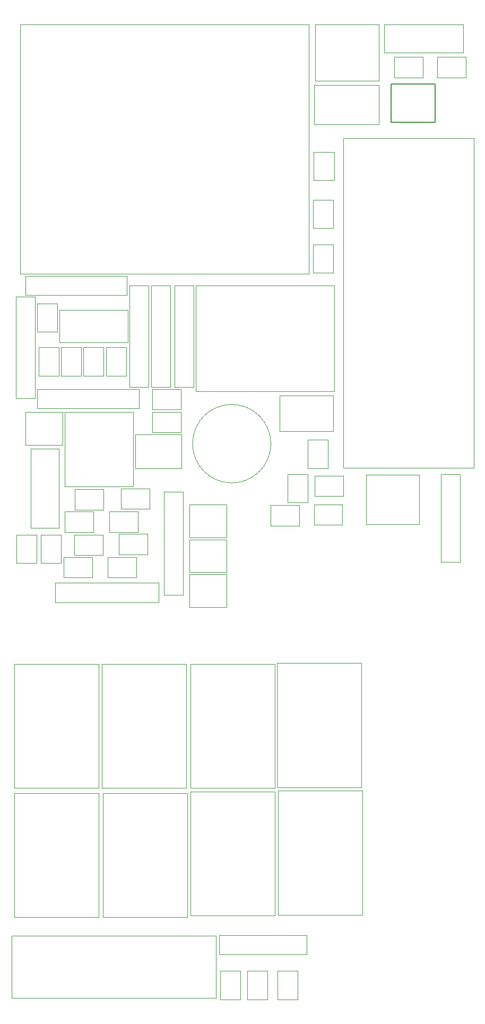
<source format=gbr>
%TF.GenerationSoftware,Altium Limited,Altium Designer,24.3.1 (35)*%
G04 Layer_Color=32768*
%FSLAX25Y25*%
%MOIN*%
%TF.SameCoordinates,1C50E6C9-DA4A-4B26-87AC-B265A0C711DB*%
%TF.FilePolarity,Positive*%
%TF.FileFunction,Other,Mechanical_15*%
%TF.Part,Single*%
G01*
G75*
%TA.AperFunction,NonConductor*%
%ADD51C,0.00394*%
%ADD53C,0.00600*%
%ADD91C,0.00197*%
D51*
X172205Y364205D02*
X205795D01*
X172205D02*
Y386567D01*
X205795D01*
Y364205D02*
Y386567D01*
X226508Y306146D02*
Y336854D01*
Y306146D02*
X259854D01*
Y336854D01*
X226508D02*
X259854D01*
X237579Y601642D02*
Y619358D01*
Y601642D02*
X287421D01*
Y619358D01*
X237579D02*
X287421D01*
X115374Y274502D02*
X138626D01*
Y254030D02*
Y274502D01*
X115374Y254030D02*
X138626D01*
X115374D02*
Y274502D01*
Y318236D02*
X138626D01*
Y297764D02*
Y318236D01*
X115374Y297764D02*
X138626D01*
X115374D02*
Y318236D01*
Y296369D02*
X138626D01*
Y275897D02*
Y296369D01*
X115374Y275897D02*
X138626D01*
X115374D02*
Y296369D01*
X206269Y389469D02*
Y455532D01*
X119300D02*
X206269D01*
X119300Y389469D02*
Y455532D01*
Y389469D02*
X206269D01*
X15642Y303579D02*
X33358D01*
Y353421D01*
X15642D02*
X33358D01*
X15642Y303579D02*
Y353421D01*
X12374Y376236D02*
X35626D01*
Y355764D02*
Y376236D01*
X12374Y355764D02*
X35626D01*
X12374D02*
Y376236D01*
X193626Y556598D02*
Y581402D01*
Y556598D02*
X234374D01*
Y581402D01*
X193626D02*
X234374D01*
X194508Y583890D02*
Y619323D01*
Y583890D02*
X234272D01*
Y619323D01*
X194508D02*
X234272D01*
X9161Y619315D02*
X190264D01*
Y463016D02*
Y619315D01*
X9161Y463016D02*
X190264D01*
X9161D02*
Y619315D01*
D53*
X242100Y581900D02*
X269900D01*
Y557900D02*
Y581900D01*
X242100Y557900D02*
X269900D01*
X242100D02*
Y581900D01*
D91*
X166568Y356500D02*
G03*
X166568Y356500I-24606J0D01*
G01*
X61398Y399043D02*
Y416957D01*
X48602Y399043D02*
X61398D01*
X48602D02*
Y416957D01*
X61398D01*
X132232Y8843D02*
Y47898D01*
X3768D02*
X132232D01*
X3768Y8843D02*
Y47898D01*
Y8843D02*
X132232D01*
X5524Y59524D02*
Y137476D01*
X58476D01*
Y59524D02*
Y137476D01*
X5524Y59524D02*
X58476D01*
X61024D02*
Y137476D01*
X113976D01*
Y59524D02*
Y137476D01*
X61024Y59524D02*
X113976D01*
X171024Y61024D02*
Y138976D01*
X223976D01*
Y61024D02*
Y138976D01*
X171024Y61024D02*
X223976D01*
X134032Y48406D02*
X188953D01*
Y36299D02*
Y48406D01*
X134032Y36299D02*
X188953D01*
X134032D02*
Y48406D01*
X116024Y60524D02*
Y138476D01*
X168976D01*
Y60524D02*
Y138476D01*
X116024Y60524D02*
X168976D01*
X170524Y141024D02*
Y218976D01*
X223476D01*
Y141024D02*
Y218976D01*
X170524Y141024D02*
X223476D01*
X5524Y140524D02*
Y218476D01*
X58476D01*
Y140524D02*
Y218476D01*
X5524Y140524D02*
X58476D01*
X116024D02*
Y218476D01*
X168976D01*
Y140524D02*
Y218476D01*
X116024Y140524D02*
X168976D01*
X60524D02*
Y218476D01*
X113476D01*
Y140524D02*
Y218476D01*
X60524Y140524D02*
X113476D01*
X151602Y8043D02*
X164398D01*
X151602D02*
Y25957D01*
X164398D01*
Y8043D02*
Y25957D01*
X134602Y8087D02*
X147398D01*
X134602D02*
Y26000D01*
X147398D01*
Y8087D02*
Y26000D01*
X170602Y8043D02*
X183398D01*
X170602D02*
Y25957D01*
X183398D01*
Y8043D02*
Y25957D01*
X285406Y282377D02*
Y337298D01*
X273299D02*
X285406D01*
X273299Y282377D02*
Y337298D01*
Y282377D02*
X285406D01*
X193102Y463543D02*
X205898D01*
Y481457D01*
X193102D02*
X205898D01*
X193102Y463543D02*
Y481457D01*
X193572Y539457D02*
X206367D01*
X193572Y521543D02*
Y539457D01*
Y521543D02*
X206367D01*
Y539457D01*
X193102Y509457D02*
X205898D01*
X193102Y491543D02*
Y509457D01*
Y491543D02*
X205898D01*
Y509457D01*
X189602Y359000D02*
X202398D01*
X189602Y341087D02*
Y359000D01*
Y341087D02*
X202398D01*
Y359000D01*
X244043Y586102D02*
Y598898D01*
Y586102D02*
X261957D01*
Y598898D01*
X244043D02*
X261957D01*
X288957Y586102D02*
Y598898D01*
X271043D02*
X288957D01*
X271043Y586102D02*
Y598898D01*
Y586102D02*
X288957D01*
X177102Y319500D02*
X189898D01*
Y337413D01*
X177102D02*
X189898D01*
X177102Y319500D02*
Y337413D01*
X64000Y272602D02*
Y285398D01*
Y272602D02*
X81913D01*
Y285398D01*
X64000D02*
X81913D01*
X193587Y305602D02*
Y318398D01*
Y305602D02*
X211500D01*
Y318398D01*
X193587D02*
X211500D01*
X194043Y323602D02*
Y336398D01*
Y323602D02*
X211957D01*
Y336398D01*
X194043D02*
X211957D01*
X166543Y305102D02*
Y317898D01*
Y305102D02*
X184457D01*
Y317898D01*
X166543D02*
X184457D01*
X99299Y261532D02*
X111406D01*
X99299D02*
Y326453D01*
X111406D01*
Y261532D02*
Y326453D01*
X212055Y341154D02*
Y547846D01*
X293945D01*
Y341154D02*
Y547846D01*
X212055Y341154D02*
X293945D01*
X65043Y301102D02*
Y313898D01*
Y301102D02*
X82957D01*
Y313898D01*
X65043D02*
X82957D01*
X6602Y299457D02*
X19398D01*
X6602Y281543D02*
Y299457D01*
Y281543D02*
X19398D01*
Y299457D01*
X37043Y301102D02*
Y313898D01*
Y301102D02*
X54957D01*
Y313898D01*
X37043D02*
X54957D01*
X43000Y286595D02*
Y299391D01*
Y286595D02*
X60913D01*
Y299391D01*
X43000D02*
X60913D01*
X31032Y257094D02*
Y269201D01*
X95953D01*
Y257094D02*
Y269201D01*
X31032Y257094D02*
X95953D01*
X90457Y315602D02*
Y328398D01*
X72543D02*
X90457D01*
X72543Y315602D02*
Y328398D01*
Y315602D02*
X90457D01*
X22102Y299457D02*
X34898D01*
X22102Y281543D02*
Y299457D01*
Y281543D02*
X34898D01*
Y299457D01*
X71043Y287102D02*
Y299898D01*
Y287102D02*
X88957D01*
Y299898D01*
X71043D02*
X88957D01*
X36543Y272602D02*
Y285398D01*
Y272602D02*
X54457D01*
Y285398D01*
X36543D02*
X54457D01*
X81433Y362405D02*
X110567D01*
Y341145D02*
Y362405D01*
X81433Y341145D02*
X110567D01*
X81433D02*
Y362405D01*
X36922Y329673D02*
X80229D01*
Y376327D01*
X36922D02*
X80229D01*
X36922Y329673D02*
Y376327D01*
X61457Y315102D02*
Y327898D01*
X43543D02*
X61457D01*
X43543Y315102D02*
Y327898D01*
Y315102D02*
X61457D01*
X109957Y363602D02*
Y376398D01*
X92043D02*
X109957D01*
X92043Y363602D02*
Y376398D01*
Y363602D02*
X109957D01*
Y377912D02*
Y390708D01*
X92043D02*
X109957D01*
X92043Y377912D02*
Y390708D01*
Y377912D02*
X109957D01*
X105996Y455598D02*
X118004D01*
X105996Y391917D02*
Y455598D01*
Y391917D02*
X118004D01*
Y455598D01*
X77806Y391902D02*
X89814D01*
Y455583D01*
X77806D02*
X89814D01*
X77806Y391902D02*
Y455583D01*
X19768Y378696D02*
X83744D01*
X19768D02*
Y390704D01*
X83744D01*
Y378696D02*
Y390704D01*
X34609Y399043D02*
X47405D01*
Y416957D01*
X34609D02*
X47405D01*
X34609Y399043D02*
Y416957D01*
X19702Y426500D02*
X32497D01*
Y444413D01*
X19702D02*
X32497D01*
X19702Y426500D02*
Y444413D01*
X63102Y416957D02*
X75898D01*
X63102Y399043D02*
Y416957D01*
Y399043D02*
X75898D01*
Y416957D01*
X91496Y455587D02*
X103504D01*
X91496Y391906D02*
Y455587D01*
Y391906D02*
X103504D01*
Y455587D01*
X33695Y420110D02*
Y440189D01*
Y420110D02*
X76608D01*
Y440189D01*
X33695D02*
X76608D01*
X20602Y399043D02*
X33398D01*
Y416957D01*
X20602D02*
X33398D01*
X20602Y399043D02*
Y416957D01*
X6496Y384833D02*
X18504D01*
Y448514D01*
X6496D02*
X18504D01*
X6496Y384833D02*
Y448514D01*
X76098Y449712D02*
Y461719D01*
X12417D02*
X76098D01*
X12417Y449712D02*
Y461719D01*
Y449712D02*
X76098D01*
%TF.MD5,b9ed8271b3bdbc8a6bba3b90e5e7f935*%
M02*

</source>
